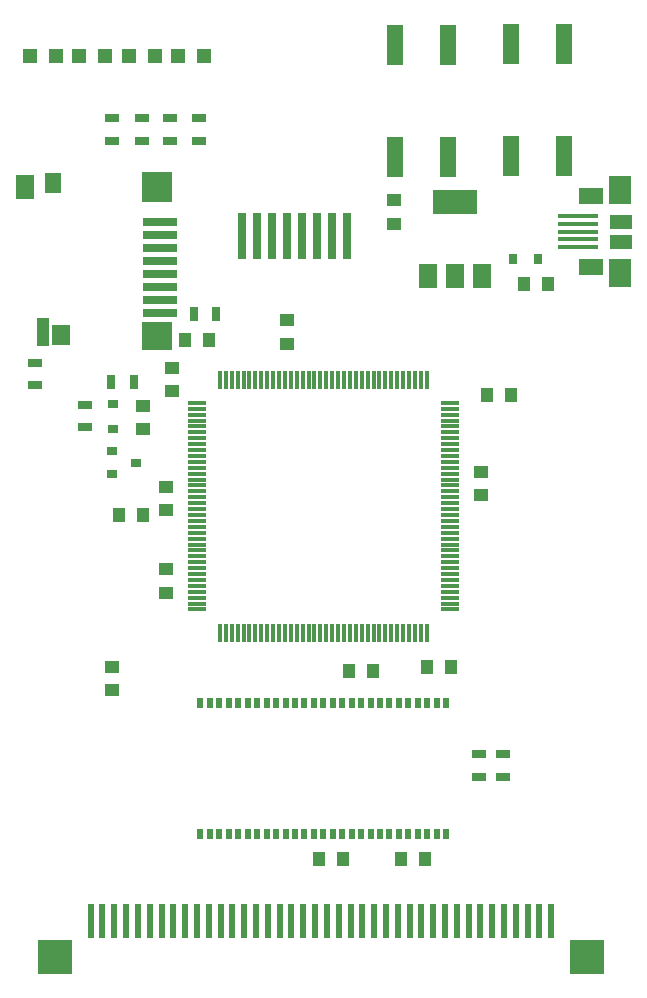
<source format=gtp>
G04 #@! TF.FileFunction,Paste,Top*
%FSLAX46Y46*%
G04 Gerber Fmt 4.6, Leading zero omitted, Abs format (unit mm)*
G04 Created by KiCad (PCBNEW 4.0.5-e0-6337~49~ubuntu16.04.1) date Sat Feb 25 14:31:11 2017*
%MOMM*%
%LPD*%
G01*
G04 APERTURE LIST*
%ADD10C,0.100000*%
%ADD11R,1.250000X1.000000*%
%ADD12R,1.000000X1.250000*%
%ADD13R,0.900000X0.800000*%
%ADD14R,0.800000X0.900000*%
%ADD15R,1.550000X0.300000*%
%ADD16R,0.300000X1.550000*%
%ADD17R,1.300000X0.700000*%
%ADD18R,0.700000X1.300000*%
%ADD19R,0.560000X0.900000*%
%ADD20R,0.600000X3.000000*%
%ADD21R,3.000000X3.000000*%
%ADD22R,1.400000X3.500000*%
%ADD23R,3.380000X0.450000*%
%ADD24R,2.100000X1.480000*%
%ADD25R,1.900000X2.380000*%
%ADD26R,1.900000X1.180000*%
%ADD27R,3.800000X2.000000*%
%ADD28R,1.500000X2.000000*%
%ADD29R,0.800000X4.000000*%
%ADD30R,3.000000X0.700000*%
%ADD31R,2.500000X2.350000*%
%ADD32R,1.000000X2.450000*%
%ADD33R,1.500000X1.800000*%
%ADD34R,2.500000X2.500000*%
%ADD35R,1.400000X1.800000*%
%ADD36R,1.600000X2.000000*%
%ADD37R,1.200000X1.200000*%
G04 APERTURE END LIST*
D10*
D11*
X109220000Y-93107000D03*
X109220000Y-95107000D03*
D12*
X109204000Y-102362000D03*
X107204000Y-102362000D03*
D11*
X106553000Y-115205000D03*
X106553000Y-117205000D03*
D12*
X133239000Y-115189000D03*
X135239000Y-115189000D03*
X138319000Y-92202000D03*
X140319000Y-92202000D03*
X141494000Y-82804000D03*
X143494000Y-82804000D03*
D11*
X130429000Y-75708000D03*
X130429000Y-77708000D03*
D13*
X106680000Y-92930000D03*
X106680000Y-95030000D03*
D14*
X140555000Y-80708500D03*
X142655000Y-80708500D03*
D13*
X106569000Y-96967000D03*
X106569000Y-98867000D03*
X108569000Y-97917000D03*
D15*
X113760000Y-92850000D03*
X113760000Y-93350000D03*
X113760000Y-93850000D03*
X113760000Y-94350000D03*
X113760000Y-94850000D03*
X113760000Y-95350000D03*
X113760000Y-95850000D03*
X113760000Y-96350000D03*
X113760000Y-96850000D03*
X113760000Y-97350000D03*
X113760000Y-97850000D03*
X113760000Y-98350000D03*
X113760000Y-98850000D03*
X113760000Y-99350000D03*
X113760000Y-99850000D03*
X113760000Y-100350000D03*
X113760000Y-100850000D03*
X113760000Y-101350000D03*
X113760000Y-101850000D03*
X113760000Y-102350000D03*
X113760000Y-102850000D03*
X113760000Y-103350000D03*
X113760000Y-103850000D03*
X113760000Y-104350000D03*
X113760000Y-104850000D03*
X113760000Y-105350000D03*
X113760000Y-105850000D03*
X113760000Y-106350000D03*
X113760000Y-106850000D03*
X113760000Y-107350000D03*
X113760000Y-107850000D03*
X113760000Y-108350000D03*
X113760000Y-108850000D03*
X113760000Y-109350000D03*
X113760000Y-109850000D03*
X113760000Y-110350000D03*
D16*
X115710000Y-112300000D03*
X116210000Y-112300000D03*
X116710000Y-112300000D03*
X117210000Y-112300000D03*
X117710000Y-112300000D03*
X118210000Y-112300000D03*
X118710000Y-112300000D03*
X119210000Y-112300000D03*
X119710000Y-112300000D03*
X120210000Y-112300000D03*
X120710000Y-112300000D03*
X121210000Y-112300000D03*
X121710000Y-112300000D03*
X122210000Y-112300000D03*
X122710000Y-112300000D03*
X123210000Y-112300000D03*
X123710000Y-112300000D03*
X124210000Y-112300000D03*
X124710000Y-112300000D03*
X125210000Y-112300000D03*
X125710000Y-112300000D03*
X126210000Y-112300000D03*
X126710000Y-112300000D03*
X127210000Y-112300000D03*
X127710000Y-112300000D03*
X128210000Y-112300000D03*
X128710000Y-112300000D03*
X129210000Y-112300000D03*
X129710000Y-112300000D03*
X130210000Y-112300000D03*
X130710000Y-112300000D03*
X131210000Y-112300000D03*
X131710000Y-112300000D03*
X132210000Y-112300000D03*
X132710000Y-112300000D03*
X133210000Y-112300000D03*
D15*
X135160000Y-110350000D03*
X135160000Y-109850000D03*
X135160000Y-109350000D03*
X135160000Y-108850000D03*
X135160000Y-108350000D03*
X135160000Y-107850000D03*
X135160000Y-107350000D03*
X135160000Y-106850000D03*
X135160000Y-106350000D03*
X135160000Y-105850000D03*
X135160000Y-105350000D03*
X135160000Y-104850000D03*
X135160000Y-104350000D03*
X135160000Y-103850000D03*
X135160000Y-103350000D03*
X135160000Y-102850000D03*
X135160000Y-102350000D03*
X135160000Y-101850000D03*
X135160000Y-101350000D03*
X135160000Y-100850000D03*
X135160000Y-100350000D03*
X135160000Y-99850000D03*
X135160000Y-99350000D03*
X135160000Y-98850000D03*
X135160000Y-98350000D03*
X135160000Y-97850000D03*
X135160000Y-97350000D03*
X135160000Y-96850000D03*
X135160000Y-96350000D03*
X135160000Y-95850000D03*
X135160000Y-95350000D03*
X135160000Y-94850000D03*
X135160000Y-94350000D03*
X135160000Y-93850000D03*
X135160000Y-93350000D03*
X135160000Y-92850000D03*
D16*
X133210000Y-90900000D03*
X132710000Y-90900000D03*
X132210000Y-90900000D03*
X131710000Y-90900000D03*
X131210000Y-90900000D03*
X130710000Y-90900000D03*
X130210000Y-90900000D03*
X129710000Y-90900000D03*
X129210000Y-90900000D03*
X128710000Y-90900000D03*
X128210000Y-90900000D03*
X127710000Y-90900000D03*
X127210000Y-90900000D03*
X126710000Y-90900000D03*
X126210000Y-90900000D03*
X125710000Y-90900000D03*
X125210000Y-90900000D03*
X124710000Y-90900000D03*
X124210000Y-90900000D03*
X123710000Y-90900000D03*
X123210000Y-90900000D03*
X122710000Y-90900000D03*
X122210000Y-90900000D03*
X121710000Y-90900000D03*
X121210000Y-90900000D03*
X120710000Y-90900000D03*
X120210000Y-90900000D03*
X119710000Y-90900000D03*
X119210000Y-90900000D03*
X118710000Y-90900000D03*
X118210000Y-90900000D03*
X117710000Y-90900000D03*
X117210000Y-90900000D03*
X116710000Y-90900000D03*
X116210000Y-90900000D03*
X115710000Y-90900000D03*
D17*
X104267000Y-93030000D03*
X104267000Y-94930000D03*
D18*
X108392000Y-91059000D03*
X106492000Y-91059000D03*
D17*
X139700000Y-122621000D03*
X139700000Y-124521000D03*
X137668000Y-122621000D03*
X137668000Y-124521000D03*
D19*
X114060000Y-129355000D03*
X134860000Y-118295000D03*
X134060000Y-118295000D03*
X133260000Y-118295000D03*
X132460000Y-118295000D03*
X131660000Y-118295000D03*
X130860000Y-118295000D03*
X130060000Y-118295000D03*
X129260000Y-118295000D03*
X128460000Y-118295000D03*
X127660000Y-118295000D03*
X126860000Y-118295000D03*
X126060000Y-118295000D03*
X125260000Y-118295000D03*
X124460000Y-118295000D03*
X123660000Y-118295000D03*
X122860000Y-118295000D03*
X122060000Y-118295000D03*
X121260000Y-118295000D03*
X120460000Y-118295000D03*
X119660000Y-118295000D03*
X118860000Y-118295000D03*
X118060000Y-118295000D03*
X117260000Y-118295000D03*
X116460000Y-118295000D03*
X115660000Y-118295000D03*
X114860000Y-118295000D03*
X114060000Y-118295000D03*
X114860000Y-129355000D03*
X115660000Y-129355000D03*
X116460000Y-129355000D03*
X117260000Y-129355000D03*
X118060000Y-129355000D03*
X118860000Y-129355000D03*
X119660000Y-129355000D03*
X120460000Y-129355000D03*
X121260000Y-129355000D03*
X122060000Y-129355000D03*
X122860000Y-129355000D03*
X123660000Y-129355000D03*
X124460000Y-129355000D03*
X125260000Y-129355000D03*
X126060000Y-129355000D03*
X126860000Y-129355000D03*
X127660000Y-129355000D03*
X128460000Y-129355000D03*
X129260000Y-129355000D03*
X130060000Y-129355000D03*
X130860000Y-129355000D03*
X131660000Y-129355000D03*
X132460000Y-129355000D03*
X133260000Y-129355000D03*
X134060000Y-129355000D03*
X134860000Y-129355000D03*
D20*
X143764000Y-136731500D03*
X142764000Y-136731500D03*
X141764000Y-136731500D03*
X140764000Y-136731500D03*
X139764000Y-136731500D03*
X138764000Y-136731500D03*
X137764000Y-136731500D03*
X136764000Y-136731500D03*
X135764000Y-136731500D03*
X134764000Y-136731500D03*
X133764000Y-136731500D03*
X132764000Y-136731500D03*
X131764000Y-136731500D03*
X130764000Y-136731500D03*
X129764000Y-136731500D03*
X128764000Y-136731500D03*
X127764000Y-136731500D03*
X126764000Y-136731500D03*
X125764000Y-136731500D03*
X124764000Y-136731500D03*
X123764000Y-136731500D03*
X122764000Y-136731500D03*
X121764000Y-136731500D03*
X120764000Y-136731500D03*
X119764000Y-136731500D03*
X118764000Y-136731500D03*
X117764000Y-136731500D03*
X116764000Y-136731500D03*
X115764000Y-136731500D03*
X114764000Y-136731500D03*
X113764000Y-136731500D03*
X112764000Y-136731500D03*
X111764000Y-136731500D03*
X110764000Y-136731500D03*
X109764000Y-136731500D03*
X108764000Y-136731500D03*
X107764000Y-136731500D03*
X106764000Y-136731500D03*
X105764000Y-136731500D03*
X104764000Y-136731500D03*
D21*
X146764000Y-139731500D03*
X101764000Y-139731500D03*
D22*
X140315000Y-71973000D03*
X140315000Y-62473000D03*
X144815000Y-71973000D03*
X144815000Y-62473000D03*
X135021000Y-62520000D03*
X135021000Y-72020000D03*
X130521000Y-62520000D03*
X130521000Y-72020000D03*
D11*
X121412000Y-87868000D03*
X121412000Y-85868000D03*
X137795000Y-98695000D03*
X137795000Y-100695000D03*
D12*
X128635000Y-115570000D03*
X126635000Y-115570000D03*
D11*
X111125000Y-101965000D03*
X111125000Y-99965000D03*
X111125000Y-108950000D03*
X111125000Y-106950000D03*
D12*
X131080000Y-131445000D03*
X133080000Y-131445000D03*
X126095000Y-131445000D03*
X124095000Y-131445000D03*
D23*
X146006000Y-79659000D03*
X146006000Y-79009000D03*
X146006000Y-78359000D03*
X146006000Y-77709000D03*
X146006000Y-77059000D03*
D24*
X147086000Y-81359000D03*
X147086000Y-75359000D03*
D25*
X149586000Y-81859000D03*
X149586000Y-74859000D03*
D26*
X149666000Y-79199000D03*
X149666000Y-77519000D03*
D11*
X111658400Y-89881200D03*
X111658400Y-91881200D03*
D27*
X135636000Y-75844000D03*
D28*
X135636000Y-82144000D03*
X137936000Y-82144000D03*
X133336000Y-82144000D03*
D29*
X117602000Y-78740000D03*
X118872000Y-78740000D03*
X120142000Y-78740000D03*
X121412000Y-78740000D03*
X122682000Y-78740000D03*
X123952000Y-78740000D03*
X125222000Y-78740000D03*
X126492000Y-78740000D03*
D17*
X100076000Y-91374000D03*
X100076000Y-89474000D03*
D30*
X110593000Y-80817000D03*
X110593000Y-77517000D03*
X110593000Y-78617000D03*
X110593000Y-79717000D03*
X110593000Y-81917000D03*
X110593000Y-83017000D03*
X110593000Y-84117000D03*
X110593000Y-85217000D03*
D31*
X110343000Y-87217000D03*
D32*
X100743000Y-86817000D03*
D33*
X102243000Y-87117000D03*
D34*
X110343000Y-74617000D03*
D35*
X101593000Y-74217000D03*
D36*
X99193000Y-74617000D03*
D12*
X112792000Y-87503000D03*
X114792000Y-87503000D03*
D18*
X115377000Y-85344000D03*
X113477000Y-85344000D03*
D37*
X112184000Y-63500000D03*
X114384000Y-63500000D03*
X107993000Y-63500000D03*
X110193000Y-63500000D03*
X103802000Y-63500000D03*
X106002000Y-63500000D03*
X99611000Y-63500000D03*
X101811000Y-63500000D03*
D17*
X113919000Y-70673000D03*
X113919000Y-68773000D03*
X111506000Y-70673000D03*
X111506000Y-68773000D03*
X109093000Y-70673000D03*
X109093000Y-68773000D03*
X106553000Y-70673000D03*
X106553000Y-68773000D03*
M02*

</source>
